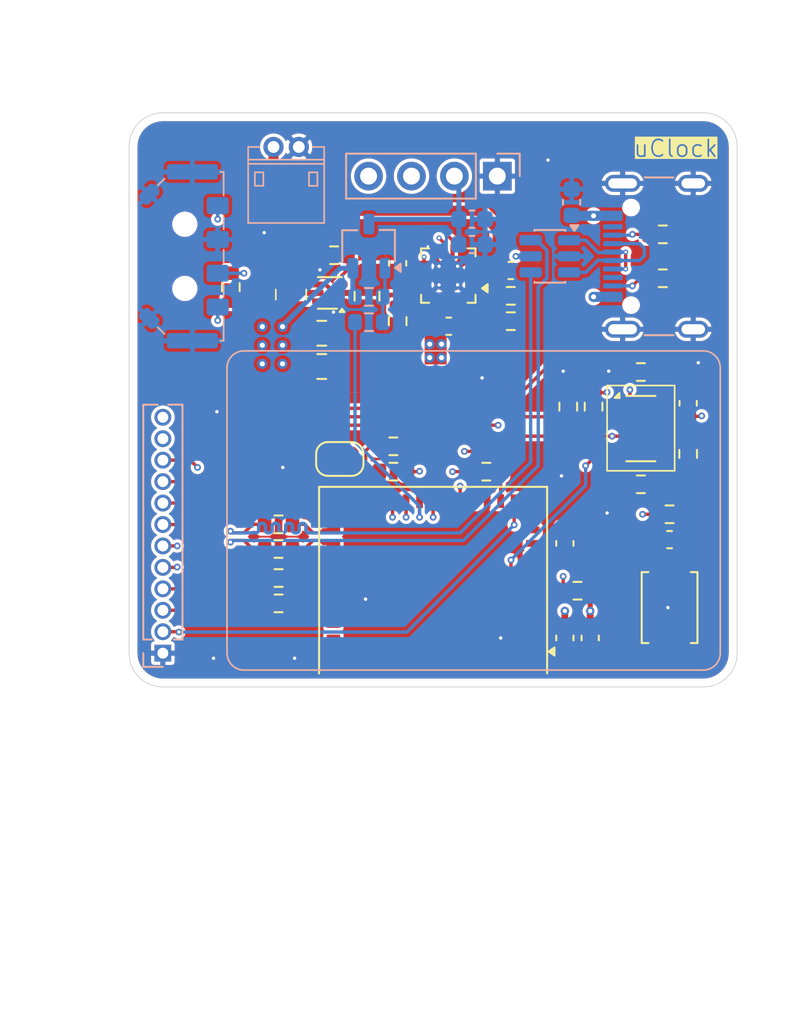
<source format=kicad_pcb>
(kicad_pcb (version 20241229) (generator "pcbnew") (generator_version "9.0")
  (title_block (title "uClock") (date "2026-02-21") (rev "1 ver 0.3") (company "Hamtronics Lab") (comment 2 "Description: Ultra-precise handheld digital clock, Powered by ESP32-C3") (comment 3 "Author: Sirio Guy"))
  (layers (0 "F.Cu" signal) (4 "In1.Cu" signal) (6 "In2.Cu" signal) (2 "B.Cu" signal) (13 "F.Paste" user) (15 "B.Paste" user) (5 "F.SilkS" user "F.Silkscreen") (7 "B.SilkS" user "B.Silkscreen") (1 "F.Mask" user) (3 "B.Mask" user) (25 "Edge.Cuts" user))
  (net 0 "")
  (net 1 "GND")
  (net 6 "USB_P")
  (net 7 "USB_N")
  (net 8 "VCC")
  (net 9 "VOUT")
  (net 10 "Net-(BT1-+)")
  (net 11 "VUSB")
  (net 12 "Net-(J1-CC1)")
  (net 13 "Net-(J1-CC2)")
  (net 14 "Net-(U2-TS)")
  (net 15 "Net-(U2-ISET)")
  (net 16 "Net-(U2-ILIM)")
  (net 17 "CHG")
  (net 18 "PGOOD")
  (net 19 "/PN")
  (net 20 "/PP")
  (net 21 "/AN")
  (net 22 "/AP")
  (net 23 "EN")
  (net 24 "Net-(J2-Pin_2)")
  (net 25 "BOOT")
  (net 26 "WAKE")
  (net 27 "MODE")
  (net 28 "DISPAY")
  (net 29 "Net-(Q1-G)")
  (net 30 "RTC_EVI")
  (net 31 "RTC_OUT")
  (net 32 "NAVUP")
  (net 33 "NAVDN")
  (net 34 "RTC_CLK")
  (net 35 "SCL")
  (net 36 "SDA")
  (net 37 "Net-(U3-SW)")
  (net 38 "Net-(U3-VSET)")
  (net 39 "Net-(U5-VBACKUP)")
  (net 54 "TXD")
  (net 55 "RXD")
  (net 56 "GPIO10")
  (net 57 "Net-(U4-TXD0)")
  (net 58 "Net-(U4-RXD0)")
  (footprint "Capacitor_SMD:C_0603_1608Metric" (layer "F.Cu") (at 81.2 95.690351 90)
    (property "Reference" "C14" (hide yes))
    (property "Value" "100n")
  )
  (footprint "Capacitor_SMD:C_0603_1608Metric" (layer "F.Cu") (at 88.5 87.390351 -90)
    (property "Reference" "C13" (hide yes))
    (property "Value" "100n")
  )
  (footprint "Capacitor_SMD:C_0805_2012Metric" (layer "F.Cu") (at 69.4875 81.055351 -90)
    (property "Reference" "C5" (hide yes))
    (property "Value" "22uF")
  )
  (footprint "Resistor_SMD:R_0603_1608Metric" (layer "F.Cu") (at 81.4 87.590351 90)
    (property "Reference" "R10" (hide yes))
    (property "Value" "5.1k")
  )
  (footprint "Resistor_SMD:R_0603_1608Metric" (layer "F.Cu") (at 71.3 82.530351 90)
    (property "Reference" "R4" (hide yes))
    (property "Value" "5.1k")
  )
  (footprint "Resistor_SMD:R_0603_1608Metric" (layer "F.Cu") (at 87 79.990351)
    (property "Reference" "R2" (hide yes))
    (property "Value" "5.1k")
  )
  (footprint "Package_SON:MicroCrystal_C7_SON-8_1.5x3.2mm_P0.9mm" (layer "F.Cu") (at 85.7 88.890351)
    (property "Reference" "U5" (hide yes))
    (property "Value" "RV-3028-C7")
  )
  (footprint "Resistor_SMD:R_0603_1608Metric" (layer "F.Cu") (at 78 82.530351 180)
    (property "Reference" "R6" (hide yes))
    (property "Value" "4.53k")
  )
  (footprint "local:L_0806" (layer "F.Cu") (at 64.9875 80.955351 -90)
    (property "Reference" "L1" (hide yes))
    (property "Value" "1.5uH")
  )
  (footprint "Capacitor_SMD:C_0603_1608Metric" (layer "F.Cu") (at 78 79.530351)
    (property "Reference" "C4" (hide yes))
    (property "Value" "10u")
  )
  (footprint "Capacitor_SMD:C_0805_2012Metric" (layer "F.Cu") (at 66.8075 85.215351)
    (property "Reference" "C7" (hide yes))
    (property "Value" "22uF")
  )
  (footprint "Capacitor_SMD:C_0603_1608Metric" (layer "F.Cu") (at 87.4 95.465351)
    (property "Reference" "C8" (hide yes))
    (property "Value" "100n")
  )
  (footprint "Resistor_SMD:R_0603_1608Metric" (layer "F.Cu") (at 85.7 85.540351 180)
    (property "Reference" "R21" (hide yes))
    (property "Value" "10k")
  )
  (footprint "Resistor_SMD:R_0603_1608Metric" (layer "F.Cu") (at 81.95 98.490351 180)
    (property "Reference" "R17" (hide yes))
    (property "Value" "10k")
  )
  (footprint "Resistor_SMD:R_0603_1608Metric" (layer "F.Cu") (at 87.4 93.965351)
    (property "Reference" "R16" (hide yes))
    (property "Value" "10k")
  )
  (footprint "Resistor_SMD:R_0603_1608Metric" (layer "F.Cu") (at 64.25 96.020351 180)
    (property "Reference" "R12" (hide yes))
    (property "Value" "22")
  )
  (footprint "local:ESP32-C3-MINI-1" (layer "F.Cu") (at 73.4 98.090351 180)
    (property "Reference" "U4" (hide yes))
    (property "Value" "ESP32-C3-MINI-1")
  )
  (footprint "Jumper:SolderJumper-2_P1.3mm_Open_RoundedPad1.0x1.5mm" (layer "F.Cu") (at 67.875 90.690351)
    (property "Reference" "JP1" (hide yes))
    (property "Value" "BOOT" (hide yes))
  )
  (footprint "Resistor_SMD:R_0603_1608Metric" (layer "F.Cu") (at 71.05 89.940351 180)
    (property "Reference" "R19" (hide yes))
    (property "Value" "10k")
  )
  (footprint "Resistor_SMD:R_0603_1608Metric" (layer "F.Cu") (at 64.25 97.740351 180)
    (property "Reference" "R23" (hide yes))
    (property "Value" "100")
  )
  (footprint "Resistor_SMD:R_0603_1608Metric" (layer "F.Cu") (at 78 81.030351)
    (property "Reference" "R3" (hide yes))
    (property "Value" "10k")
  )
  (footprint "Capacitor_SMD:C_0805_2012Metric" (layer "F.Cu") (at 66.8075 83.245351)
    (property "Reference" "C6" (hide yes))
    (property "Value" "22uF")
  )
  (footprint "Button_Switch_SMD:SW_SPST_TS-1088-xR020" (layer "F.Cu") (at 87.4 99.490351 90)
    (property "Reference" "SW1" (hide yes))
    (property "Value" "RESET")
  )
  (footprint "Package_TO_SOT_SMD:SOT-563" (layer "F.Cu") (at 67.2875 80.857851 180)
    (property "Reference" "U3" (hide yes))
    (property "Value" "TPS628438DRL")
  )
  (footprint "Resistor_SMD:R_0603_1608Metric" (layer "F.Cu") (at 67.5375 78.625351 180)
    (property "Reference" "R5" (hide yes))
    (property "Value" "249k")
  )
  (footprint "Capacitor_SMD:C_0603_1608Metric" (layer "F.Cu") (at 82.7 101.290351 -90)
    (property "Reference" "C10" (hide yes))
    (property "Value" "100n")
  )
  (footprint "Resistor_SMD:R_0603_1608Metric" (layer "F.Cu") (at 82.9 87.590351 -90)
    (property "Reference" "R15" (hide yes))
    (property "Value" "10k")
  )
  (footprint "Resistor_SMD:R_0603_1608Metric" (layer "F.Cu") (at 64.25 99.240351 180)
    (property "Reference" "R22" (hide yes))
    (property "Value" "100")
  )
  (footprint "local:VQFN-16-1EP_3x3mm_P0.5mm_EP1.6x1.6mm_ThermalVias" (layer "F.Cu") (at 74.3 79.830351 180)
    (property "Reference" "U2" (hide yes))
    (property "Value" "BQ24074RGT")
  )
  (footprint "Capacitor_SMD:C_0603_1608Metric" (layer "F.Cu") (at 74.325 82.830351)
    (property "Reference" "C1" (hide yes))
    (property "Value" "10u")
  )
  (footprint "Resistor_SMD:R_0603_1608Metric" (layer "F.Cu") (at 76.55 91.440351)
    (property "Reference" "R20" (hide yes))
    (property "Value" "10k")
  )
  (footprint "Resistor_SMD:R_0603_1608Metric" (layer "F.Cu") (at 64.25 94.560351 180)
    (property "Reference" "R13" (hide yes))
    (property "Value" "22")
  )
  (footprint "Resistor_SMD:R_0603_1608Metric" (layer "F.Cu") (at 87 77.390351)
    (property "Reference" "R1" (hide yes))
    (property "Value" "5.1k")
  )
  (footprint "Resistor_SMD:R_0603_1608Metric" (layer "F.Cu") (at 88.5 90.390351 -90)
    (property "Reference" "R14" (hide yes))
    (property "Value" "10k")
  )
  (footprint "Capacitor_SMD:C_0603_1608Metric" (layer "F.Cu") (at 71.3 79.105351 90)
    (property "Reference" "C2" (hide yes))
    (property "Value" "10u")
  )
  (footprint "Resistor_SMD:R_0603_1608Metric" (layer "F.Cu") (at 61.425 80.515351 90)
    (property "Reference" "R7" (hide yes))
    (property "Value" "10k")
  )
  (footprint "Resistor_SMD:R_0603_1608Metric" (layer "F.Cu") (at 85.7 92.190351)
    (property "Reference" "R11" (hide yes))
    (property "Value" "5.1k")
  )
  (footprint "Resistor_SMD:R_0603_1608Metric" (layer "F.Cu") (at 71.05 91.440351 180)
    (property "Reference" "R18" (hide yes))
    (property "Value" "10k")
  )
  (footprint "Capacitor_SMD:C_0603_1608Metric" (layer "F.Cu") (at 81.2 101.290351 -90)
    (property "Reference" "C9" (hide yes))
    (property "Value" "10u")
  )
  (footprint "Connector_PinHeader_1.27mm:PinHeader_1x12_P1.27mm_Vertical" (layer "B.Cu") (at 57.4 102.190351)
    (property "Reference" "J3" (hide yes))
    (property "Value" "ACC")
  )
  (footprint "Capacitor_SMD:C_0603_1608Metric" (layer "B.Cu") (at 75.7 77.990351)
    (property "Reference" "C12" (hide yes))
    (property "Value" "100n")
  )
  (footprint "Resistor_SMD:R_0603_1608Metric" (layer "B.Cu") (at 69.6 81.090351)
    (property "Reference" "R8" (hide yes))
    (property "Value" "100k")
  )
  (footprint "local:K1-1511SA-01" (layer "B.Cu") (at 59.7 78.690351 -90)
    (property "Reference" "SW2" (hide yes))
    (property "Value" "~" (hide yes))
  )
  (footprint "Capacitor_SMD:C_0603_1608Metric" (layer "B.Cu") (at 75.7 76.490351)
    (property "Reference" "C11" (hide yes))
    (property "Value" "10u")
  )
  (footprint "Package_TO_SOT_SMD:SOT-23-6" (layer "B.Cu") (at 80.3125 78.690351 180)
    (property "Reference" "U1" (hide yes))
    (property "Value" "USBLC6-2SC6")
  )
  (footprint "Package_TO_SOT_SMD:TSOT-23" (layer "B.Cu") (at 69.6 78.090351 90)
    (property "Reference" "Q1" (hide yes))
    (property "Value" "Si2301CDS")
  )
  (footprint "Capacitor_SMD:C_0603_1608Metric" (layer "B.Cu") (at 81.6 75.490351 90)
    (property "Reference" "C3" (hide yes))
    (property "Value" "100n")
  )
  (footprint "local:JST-ZH-02AW-P=1.5-H3.6" (layer "B.Cu") (at 64.7 72.215351)
    (property "Reference" "BT1" (hide yes))
    (property "Value" "3.7V" (hide yes))
  )
  (footprint "Connector_USB:USB_C_Receptacle_GCT_USB4105-xx-A_16P_TopMnt_Horizontal" (layer "B.Cu") (at 87.725 78.690351 -90)
    (property "Reference" "J1" (hide yes))
    (property "Value" "USB_C_Receptacle_USB2.0_16P")
  )
  (footprint "Connector_PinSocket_2.54mm:PinSocket_1x04_P2.54mm_Vertical" (layer "B.Cu") (at 77.2 73.940351 90)
    (property "Reference" "J2" (hide yes))
    (property "Value" "OLED")
  )
  (footprint "Resistor_SMD:R_0603_1608Metric" (layer "B.Cu") (at 69.6 82.590351)
    (property "Reference" "R9" (hide yes))
    (property "Value" "100")
  )
  (gr_rect (start 83.7 86.340351) (end 87.7 91.390351) (stroke (width 0.1)) (fill no) (layer "F.SilkS"))
  (gr_arc (start 61.2 85.290351) (mid 61.492893 84.583244) (end 62.2 84.290351) (stroke (width 0.1)) (layer "B.SilkS"))
  (gr_line (start 61.2 102.190351) (end 61.2 85.290351) (stroke (width 0.1)) (layer "B.SilkS"))
  (gr_arc (start 62.2 103.190351) (mid 61.492893 102.897458) (end 61.2 102.190351) (stroke (width 0.1)) (layer "B.SilkS"))
  (gr_arc (start 89.4 84.290351) (mid 90.107107 84.583244) (end 90.4 85.290351) (stroke (width 0.1)) (layer "B.SilkS"))
  (gr_arc (start 90.4 102.190351) (mid 90.107107 102.897458) (end 89.4 103.190351) (stroke (width 0.1)) (layer "B.SilkS"))
  (gr_line (start 90.4 85.290351) (end 90.4 102.190351) (stroke (width 0.1)) (layer "B.SilkS"))
  (gr_line (start 89.4 103.190351) (end 62.2 103.190351) (stroke (width 0.1)) (layer "B.SilkS"))
  (gr_line (start 62.2 84.290351) (end 89.4 84.290351) (stroke (width 0.1)) (layer "B.SilkS"))
  (gr_arc (start 55.4 72.190351) (mid 55.985786 70.776137) (end 57.4 70.190351) (stroke (width 0.05)) (layer "Edge.Cuts"))
  (gr_line (start 57.4 70.190351) (end 89.4 70.190351) (stroke (width 0.05)) (layer "Edge.Cuts"))
  (gr_arc (start 89.4 70.190351) (mid 90.814214 70.776137) (end 91.4 72.190351) (stroke (width 0.05)) (layer "Edge.Cuts"))
  (gr_line (start 55.4 102.190351) (end 55.4 72.190351) (stroke (width 0.05)) (layer "Edge.Cuts"))
  (gr_line (start 89.4 104.190351) (end 57.4 104.190351) (stroke (width 0.05)) (layer "Edge.Cuts"))
  (gr_line (start 91.4 72.190351) (end 91.4 102.190351) (stroke (width 0.05)) (layer "Edge.Cuts"))
  (gr_arc (start 57.4 104.190351) (mid 55.985786 103.604565) (end 55.4 102.190351) (stroke (width 0.05)) (layer "Edge.Cuts"))
  (gr_arc (start 91.4 102.190351) (mid 90.814214 103.604565) (end 89.4 104.190351) (stroke (width 0.05)) (layer "Edge.Cuts"))
  (gr_text "uClock" (at 85.2 72.890351 0) (layer "F.SilkS" knockout) (effects (font (size 1 1) (thickness 0.1)) (justify left bottom)))
  (segment (start 66.7125 79.477851) (end 66.7125 78.625351) (width 0.25) (layer "F.Cu") (net 1))
  (segment (start 67.5 81.990351) (end 68 81.490351) (width 0.25) (layer "F.Cu") (net 1))
  (segment (start 66.7 79.490351) (end 66.7125 79.477851) (width 0.25) (layer "F.Cu") (net 1))
  (segment (start 68 81.490351) (end 68 81.357851) (width 0.25) (layer "F.Cu") (net 1))
  (via (at 63.4 77.290351) (size 0.4) (drill 0.2) (layers "F.Cu" "B.Cu") (net 1))
  (via (at 83.8 85.490351) (size 0.4) (drill 0.2) (layers "F.Cu" "B.Cu") (net 1))
  (via (at 69.4 98.990351) (size 0.4) (drill 0.2) (layers "F.Cu" "B.Cu") (net 1))
  (via (at 67.5 81.990351) (size 0.4) (drill 0.2) (layers "F.Cu" "B.Cu") (net 1))
  (via (at 76.3 85.890351) (size 0.4) (drill 0.2) (layers "F.Cu" "B.Cu") (net 1))
  (via (at 87.3 99.490351) (size 0.4) (drill 0.2) (layers "F.Cu" "B.Cu") (net 1))
  (via (at 77.4 101.290351) (size 0.4) (drill 0.2) (layers "F.Cu" "B.Cu") (net 1))
  (via (at 65.2 102.490351) (size 0.4) (drill 0.2) (layers "F.Cu" "B.Cu") (net 1))
  (via (at 66.7 79.490351) (size 0.4) (drill 0.2) (layers "F.Cu" "B.Cu") (net 1))
  (via (at 60.4 102.490351) (size 0.4) (drill 0.2) (layers "F.Cu" "B.Cu") (net 1))
  (via (at 80.2 72.990351) (size 0.4) (drill 0.2) (layers "F.Cu" "B.Cu") (net 1))
  (via (at 89.1 84.990351) (size 0.4) (drill 0.2) (layers "F.Cu" "B.Cu") (net 1))
  (via (at 81 91.690351) (size 0.4) (drill 0.2) (layers "F.Cu" "B.Cu") (net 1))
  (via (at 83.7 93.890351) (size 0.4) (drill 0.2) (layers "F.Cu" "B.Cu") (net 1))
  (via (at 64.5 91.190351) (size 0.4) (drill 0.2) (layers "F.Cu" "B.Cu") (net 1))
  (via (at 60.6 87.890351) (size 0.4) (drill 0.2) (layers "F.Cu" "B.Cu") (net 1))
  (via (at 73.0875 78.105351) (size 0.3) (drill 0.15) (layers "F.Cu" "B.Cu") (net 1))
  (via (at 81.1 85.490351) (size 0.4) (drill 0.2) (layers "F.Cu" "B.Cu") (net 1))
  (segment (start 61.5 95.515351) (end 62.207499 95.515351) (width 0.2) (layer "F.Cu") (net 6))
  (segment (start 62.712499 96.020351) (end 63.425 96.020351) (width 0.2) (layer "F.Cu") (net 6))
  (segment (start 62.207499 95.515351) (end 62.712499 96.020351) (width 0.2) (layer "F.Cu") (net 6))
  (segment (start 61.4 95.615351) (end 61.5 95.515351) (width 0.2) (layer "F.Cu") (net 6))
  (via (at 61.4 95.615351) (size 0.4) (drill 0.2) (layers "F.Cu" "B.Cu") (net 6))
  (segment (start 80.1385 79.981319) (end 79.625 80.494819) (width 0.2) (layer "B.Cu") (net 6))
  (segment (start 79.625 91.083549) (end 75.193197 95.515352) (width 0.2) (layer "B.Cu") (net 6))
  (segment (start 61.499999 95.515352) (end 61.4 95.615351) (width 0.2) (layer "B.Cu") (net 6))
  (segment (start 75.193197 95.515352) (end 61.499999 95.515352) (width 0.2) (layer "B.Cu") (net 6))
  (segment (start 80.1385 78.349383) (end 80.1385 79.981319) (width 0.2) (layer "B.Cu") (net 6))
  (segment (start 79.625 80.494819) (end 79.625 91.083549) (width 0.2) (layer "B.Cu") (net 6))
  (segment (start 79.529468 77.740351) (end 80.1385 78.349383) (width 0.2) (layer "B.Cu") (net 6))
  (segment (start 79.175 77.740351) (end 79.529468 77.740351) (width 0.2) (layer "B.Cu") (net 6))
  (segment (start 61.5 95.065351) (end 62.207499 95.065351) (width 0.2) (layer "F.Cu") (net 7))
  (segment (start 62.712499 94.560351) (end 63.425 94.560351) (width 0.2) (layer "F.Cu") (net 7))
  (segment (start 61.4 94.965351) (end 61.5 95.065351) (width 0.2) (layer "F.Cu") (net 7))
  (segment (start 62.207499 95.065351) (end 62.712499 94.560351) (width 0.2) (layer "F.Cu") (net 7))
  (via (at 61.4 94.965351) (size 0.4) (drill 0.2) (layers "F.Cu" "B.Cu") (net 7))
  (segment (start 63.47 94.90535) (end 63.47 94.66535) (width 0.2) (layer "B.Cu") (net 7))
  (segment (start 64.11 94.50535) (end 64.03 94.50535) (width 0.2) (layer "B.Cu") (net 7))
  (segment (start 79.175 79.640351) (end 79.175 90.897153) (width 0.2) (layer "B.Cu") (net 7))
  (segment (start 62.7 95.06535) (end 61.499999 95.06535) (width 0.2) (layer "B.Cu") (net 7))
  (segment (start 65.87 94.90535) (end 65.87 94.66535) (width 0.2) (layer "B.Cu") (net 7))
  (segment (start 63.71 95.06535) (end 63.63 95.06535) (width 0.2) (layer "B.Cu") (net 7))
  (segment (start 65.71 94.50535) (end 65.63 94.50535) (width 0.2) (layer "B.Cu") (net 7))
  (segment (start 64.91 94.50535) (end 64.83 94.50535) (width 0.2) (layer "B.Cu") (net 7))
  (segment (start 65.07 94.90535) (end 65.07 94.66535) (width 0.2) (layer "B.Cu") (net 7))
  (segment (start 63.31 94.50535) (end 63.23 94.50535) (width 0.2) (layer "B.Cu") (net 7))
  (segment (start 75.006803 95.06535) (end 66.03 95.06535) (width 0.2) (layer "B.Cu") (net 7))
  (segment (start 61.499999 95.06535) (end 61.4 94.965351) (width 0.2) (layer "B.Cu") (net 7))
  (segment (start 63.87 94.66535) (end 63.87 94.90535) (width 0.2) (layer "B.Cu") (net 7))
  (segment (start 79.175 90.897153) (end 75.006803 95.06535) (width 0.2) (layer "B.Cu") (net 7))
  (segment (start 64.51 95.06535) (end 64.43 95.06535) (width 0.2) (layer "B.Cu") (net 7))
  (segment (start 62.83 95.06535) (end 62.7 95.06535) (width 0.2) (layer "B.Cu") (net 7))
  (segment (start 64.27 94.90535) (end 64.27 94.66535) (width 0.2) (layer "B.Cu") (net 7))
  (segment (start 65.31 95.06535) (end 65.23 95.06535) (width 0.2) (layer "B.Cu") (net 7))
  (segment (start 62.91 95.06535) (end 62.83 95.06535) (width 0.2) (layer "B.Cu") (net 7))
  (segment (start 64.67 94.66535) (end 64.67 94.90535) (width 0.2) (layer "B.Cu") (net 7))
  (segment (start 63.07 94.66535) (end 63.07 94.90535) (width 0.2) (layer "B.Cu") (net 7))
  (segment (start 65.47 94.66535) (end 65.47 94.90535) (width 0.2) (layer "B.Cu") (net 7))
  (arc (start 64.83 94.50535) (mid 64.716863 94.552213) (end 64.67 94.66535) (width 0.2) (layer "B.Cu") (net 7))
  (arc (start 63.23 94.50535) (mid 63.116863 94.552213) (end 63.07 94.66535) (width 0.2) (layer "B.Cu") (net 7))
  (arc (start 64.03 94.50535) (mid 63.916863 94.552213) (end 63.87 94.66535) (width 0.2) (layer "B.Cu") (net 7))
  (arc (start 64.43 95.06535) (mid 64.316863 95.018487) (end 64.27 94.90535) (width 0.2) (layer "B.Cu") (net 7))
  (arc (start 63.87 94.90535) (mid 63.823137 95.018487) (end 63.71 95.06535) (width 0.2) (layer "B.Cu") (net 7))
  (arc (start 64.27 94.66535) (mid 64.223137 94.552213) (end 64.11 94.50535) (width 0.2) (layer "B.Cu") (net 7))
  (arc (start 64.67 94.90535) (mid 64.623137 95.018487) (end 64.51 95.06535) (width 0.2) (layer "B.Cu") (net 7))
  (arc (start 63.63 95.06535) (mid 63.516863 95.018487) (end 63.47 94.90535) (width 0.2) (layer "B.Cu") (net 7))
  (arc (start 65.63 94.50535) (mid 65.516863 94.552213) (end 65.47 94.66535) (width 0.2) (layer "B.Cu") (net 7))
  (arc (start 65.87 94.66535) (mid 65.823137 94.552213) (end 65.71 94.50535) (width 0.2) (layer "B.Cu") (net 7))
  (arc (start 63.47 94.66535) (mid 63.423137 94.552213) (end 63.31 94.50535) (width 0.2) (layer "B.Cu") (net 7))
  (arc (start 65.47 94.90535) (mid 65.423137 95.018487) (end 65.31 95.06535) (width 0.2) (layer "B.Cu") (net 7))
  (arc (start 66.03 95.06535) (mid 65.916863 95.018487) (end 65.87 94.90535) (width 0.2) (layer "B.Cu") (net 7))
  (arc (start 63.07 94.90535) (mid 63.023137 95.018487) (end 62.91 95.06535) (width 0.2) (layer "B.Cu") (net 7))
  (arc (start 65.23 95.06535) (mid 65.116863 95.018487) (end 65.07 94.90535) (width 0.2) (layer "B.Cu") (net 7))
  (arc (start 65.07 94.66535) (mid 65.023137 94.552213) (end 64.91 94.50535) (width 0.2) (layer "B.Cu") (net 7))
  (segment (start 75.725 91.440351) (end 74.55 91.440351) (width 0.2) (layer "F.Cu") (net 8))
  (segment (start 82.9 86.765351) (end 83.675 86.765351) (width 0.2) (layer "F.Cu") (net 8))
  (segment (start 82.7 98.565351) (end 82.775 98.490351) (width 0.3) (layer "F.Cu") (net 8))
  (segment (start 61.425 81.640351) (end 63.125 81.640351) (width 0.2) (layer "F.Cu") (net 8))
  (segment (start 85.8 93.965351) (end 86.575 93.965351) (width 0.2) (layer "F.Cu") (net 8))
  (segment (start 88.5 88.165351) (end 89.275 88.165351) (width 0.2) (layer "F.Cu") (net 8))
  (segment (start 81.4 86.765351) (end 82.9 86.765351) (width 0.2) (layer "F.Cu") (net 8))
  (segment (start 83.675 86.765351) (end 83.7 86.740351) (width 0.2) (layer "F.Cu") (net 8))
  (segment (start 86.575 93.965351) (end 86.575 92.240351) (width 0.2) (layer "F.Cu") (net 8))
  (segment (start 82.7 99.690351) (end 82.7 98.565351) (width 0.3) (layer "F.Cu") (net 8))
  (segment (start 71.875 89.940351) (end 71.875 91.440351) (width 0.2) (layer "F.Cu") (net 8))
  (segment (start 66.575 81.357851) (end 66.575 81.955351) (width 0.2) (layer "F.Cu") (net 8))
  (segment (start 79.3 100.490351) (end 81.175 100.490351) (width 0.4) (layer "F.Cu") (net 8))
  (segment (start 71.875 91.440351) (end 72.575 91.440351) (width 0.2) (layer "F.Cu") (net 8))
  (segment (start 81.2 100.515351) (end 82.7 100.515351) (width 0.4) (layer "F.Cu") (net 8))
  (segment (start 82.7 100.515351) (end 82.7 99.690351) (width 0.4) (layer "F.Cu") (net 8))
  (segment (start 88.225 88.440351) (end 86.35 88.440351) (width 0.2) (layer "F.Cu") (net 8))
  (segment (start 86.575 92.240351) (end 86.525 92.190351) (width 0.2) (layer "F.Cu") (net 8))
  (segment (start 61.425 81.340351) (end 61.425 81.640351) (width 0.2) (layer "F.Cu") (net 8))
  (segment (start 72.575 91.440351) (end 72.6 91.415351) (width 0.2) (layer "F.Cu") (net 8))
  (segment (start 81.2 100.515351) (end 81.2 99.690351) (width 0.4) (layer "F.Cu") (net 8))
  (segment (start 89.275 88.165351) (end 89.3 88.140351) (width 0.2) (layer "F.Cu") (net 8))
  (via (at 64.4875 85.055351) (size 0.6) (drill 0.3) (layers "F.Cu" "B.Cu") (net 8))
  (via (at 82.7 99.690351) (size 0.5) (drill 0.25) (layers "F.Cu" "B.Cu") (net 8))
  (via (at 72.6 91.415351) (size 0.4) (drill 0.2) (layers "F.Cu" "B.Cu") (net 8))
  (via (at 63.2875 85.055351) (size 0.6) (drill 0.3) (layers "F.Cu" "B.Cu") (net 8))
  (via (at 89.3 88.140351) (size 0.4) (drill 0.2) (layers "F.Cu" "B.Cu") (net 8))
  (via (at 74.55 91.440351) (size 0.4) (drill 0.2) (layers "F.Cu" "B.Cu") (net 8))
  (via (at 64.4875 82.855351) (size 0.6) (drill 0.3) (layers "F.Cu" "B.Cu") (net 8))
  (via (at 85.8 93.965351) (size 0.4) (drill 0.2) (layers "F.Cu" "B.Cu") (net 8))
  (via (at 63.2875 83.955351) (size 0.6) (drill 0.3) (layers "F.Cu" "B.Cu") (net 8))
  (via (at 83.7 86.740351) (size 0.4) (drill 0.2) (layers "F.Cu" "B.Cu") (net 8))
  (via (at 63.2875 82.855351) (size 0.6) (drill 0.3) (layers "F.Cu" "B.Cu") (net 8))
  (via (at 64.4875 83.955351) (size 0.6) (drill 0.3) (layers "F.Cu" "B.Cu") (net 8))
  (via (at 81.2 99.690351) (size 0.5) (drill 0.25) (layers "F.Cu" "B.Cu") (net 8))
  (segment (start 68.65 79.400351) (end 68.65 80.965351) (width 0.3) (layer "B.Cu") (net 8))
  (segment (start 68.65 79.400351) (end 67.89 79.400351) (width 0.3) (layer "B.Cu") (net 8))
  (segment (start 64.4875 82.802851) (end 64.4875 82.855351) (width 0.3) (layer "B.Cu") (net 8))
  (segment (start 68.65 80.965351) (end 68.775 81.090351) (width 0.3) (layer "B.Cu") (net 8))
  (segment (start 67.89 79.400351) (end 64.4875 82.802851) (width 0.3) (layer "B.Cu") (net 8))
  (segment (start 71.6125 79.880351) (end 71.3 79.880351) (width 0.2) (layer "F.Cu") (net 9))
  (segment (start 66.575 80.357851) (end 67.04 80.357851) (width 0.25) (layer "F.Cu") (net 9))
  (segment (start 74.55 77.750351) (end 73.95 77.150351) (width 0.2) (layer "F.Cu") (net 9))
  (segment (start 73.95 77.150351) (end 72.73 77.150351) (width 0.2) (layer "F.Cu") (net 9))
  (segment (start 69.4875 80.105351) (end 71.075 80.105351) (width 0.2) (layer "F.Cu") (net 9))
  (segment (start 72.0875 77.792851) (end 72.0875 79.405351) (width 0.2) (layer "F.Cu") (net 9))
  (segment (start 72.0875 79.405351) (end 71.6125 79.880351) (width 0.2) (layer "F.Cu") (net 9))
  (segment (start 67.54 80.857851) (end 68 80.857851) (width 0.25) (layer "F.Cu") (net 9))
  (segment (start 72.73 77.150351) (end 72.0875 77.792851) (width 0.2) (layer "F.Cu") (net 9))
  (segment (start 67.04 80.357851) (end 67.54 80.857851) (width 0.25) (layer "F.Cu") (net 9))
  (segment (start 71.075 80.105351) (end 71.3 79.880351) (width 0.2) (layer "F.Cu") (net 9))
  (segment (start 74.55 78.392851) (end 74.55 77.750351) (width 0.2) (layer "F.Cu") (net 9))
  (segment (start 77.225 77.115351) (end 77.225 79.530351) (width 0.6) (layer "F.Cu") (net 10))
  (segment (start 63.95 72.215351) (end 63.95 74.540351) (width 0.6) (layer "F.Cu") (net 10))
  (segment (start 76.1 75.990351) (end 77.225 77.115351) (width 0.6) (layer "F.Cu") (net 10))
  (segment (start 63.95 74.540351) (end 65.4 75.990351) (width 0.6) (layer "F.Cu") (net 10))
  (segment (start 65.4 75.990351) (end 76.1 75.990351) (width 0.6) (layer "F.Cu") (net 10))
  (via (at 73.9 84.690351) (size 0.6) (drill 0.3) (layers "F.Cu" "B.Cu") (net 11))
  (via (at 73.9 83.890351) (size 0.6) (drill 0.3) (layers "F.Cu" "B.Cu") (net 11))
  (via (at 82.9 81.090351) (size 0.6) (drill 0.3) (layers "F.Cu" "B.Cu") (net 11))
  (via (at 78.3 78.690351) (size 0.4) (drill 0.2) (layers "F.Cu" "B.Cu") (net 11))
  (via (at 82.9 76.290351) (size 0.6) (drill 0.3) (layers "F.Cu" "B.Cu") (net 11))
  (via (at 73.2 83.890351) (size 0.6) (drill 0.3) (layers "F.Cu" "B.Cu") (net 11))
  (via (at 73.2 84.690351) (size 0.6) (drill 0.3) (layers "F.Cu" "B.Cu") (net 11))
  (segment (start 84.045 81.090351) (end 82.9 81.090351) (width 0.6) (layer "B.Cu") (net 11))
  (segment (start 82.9 76.290351) (end 81.625 76.290351) (width 0.6) (layer "B.Cu") (net 11))
  (segment (start 78.3 78.690351) (end 79.175 78.690351) (width 0.3) (layer "B.Cu") (net 11))
  (segment (start 84.045 76.290351) (end 82.9 76.290351) (width 0.6) (layer "B.Cu") (net 11))
  (segment (start 81.625 76.290351) (end 81.6 76.315351) (width 0.6) (layer "B.Cu") (net 11))
  (segment (start 85.2 77.390351) (end 86.175 77.390351) (width 0.2) (layer "F.Cu") (net 12))
  (via (at 85.2 77.390351) (size 0.4) (drill 0.2) (layers "F.Cu" "B.Cu") (net 12))
  (segment (start 85.15 77.440351) (end 85.2 77.390351) (width 0.2) (layer "B.Cu") (net 12))
  (segment (start 84.045 77.440351) (end 85.15 77.440351) (width 0.2) (layer "B.Cu") (net 12))
  (segment (start 85.65 79.990351) (end 85.2 80.440351) (width 0.2) (layer "F.Cu") (net 13))
  (segment (start 86.175 79.990351) (end 85.65 79.990351) (width 0.2) (layer "F.Cu") (net 13))
  (via (at 85.2 80.440351) (size 0.4) (drill 0.2) (layers "F.Cu" "B.Cu") (net 13))
  (segment (start 84.045 80.440351) (end 85.2 80.440351) (width 0.2) (layer "B.Cu") (net 13))
  (segment (start 76.25 80.580351) (end 76.7 81.030351) (width 0.25) (layer "F.Cu") (net 14))
  (segment (start 75.7375 80.580351) (end 76.25 80.580351) (width 0.25) (layer "F.Cu") (net 14))
  (segment (start 76.7 81.030351) (end 77.175 81.030351) (width 0.25) (layer "F.Cu") (net 14))
  (segment (start 75.05 81.267851) (end 75.8375 81.267851) (width 0.25) (layer "F.Cu") (net 15))
  (segment (start 75.8375 81.267851) (end 77.1 82.530351) (width 0.25) (layer "F.Cu") (net 15))
  (segment (start 77.1 82.530351) (end 77.175 82.530351) (width 0.25) (layer "F.Cu") (net 15))
  (segment (start 72.225 81.705351) (end 72.8625 81.067851) (width 0.25) (layer "F.Cu") (net 16))
  (segment (start 71.3 81.705351) (end 72.225 81.705351) (width 0.25) (layer "F.Cu") (net 16))
  (segment (start 72.8625 80.580351) (end 72.8625 81.067851) (width 0.25) (layer "F.Cu") (net 16))
  (segment (start 81.1 98.465351) (end 81.125 98.490351) (width 0.2) (layer "F.Cu") (net 17))
  (segment (start 79.3 98.890351) (end 80.1 98.890351) (width 0.2) (layer "F.Cu") (net 17))
  (segment (start 80.5 98.490351) (end 81.125 98.490351) (width 0.2) (layer "F.Cu") (net 17))
  (segment (start 80.1 98.890351) (end 80.5 98.490351) (width 0.2) (layer "F.Cu") (net 17))
  (segment (start 72.8625 78.730351) (end 72.8625 79.080351) (width 0.2) (layer "F.Cu") (net 17))
  (segment (start 81.1 97.640351) (end 81.1 98.465351) (width 0.2) (layer "F.Cu") (net 17))
  (via (at 72.8625 78.730351) (size 0.3) (drill 0.15) (layers "F.Cu" "B.Cu") (net 17))
  (via (at 81.1 97.640351) (size 0.4) (drill 0.2) (layers "F.Cu" "B.Cu") (net 17))
  (segment (start 77.4 93.190351) (end 77.4 91.465351) (width 0.2) (layer "F.Cu") (net 18))
  (segment (start 77.4 91.465351) (end 77.375 91.440351) (width 0.2) (layer "F.Cu") (net 18))
  (segment (start 76.8 90.240351) (end 77.375 90.815351) (width 0.2) (layer "F.Cu") (net 18))
  (segment (start 75.25 90.240351) (end 76.8 90.240351) (width 0.2) (layer "F.Cu") (net 18))
  (segment (start 73.75 77.605351) (end 74.05 77.905351) (width 0.2) (layer "F.Cu") (net 18))
  (segment (start 77.375 90.815351) (end 77.375 91.440351) (width 0.2) (layer "F.Cu") (net 18))
  (segment (start 74.05 77.905351) (end 74.05 78.392851) (width 0.2) (layer "F.Cu") (net 18))
  (via (at 73.75 77.605351) (size 0.3) (drill 0.15) (layers "F.Cu" "B.Cu") (net 18))
  (via (at 75.25 90.240351) (size 0.4) (drill 0.2) (layers "F.Cu" "B.Cu") (net 18))
  (segment (start 82.443751 79.640351) (end 81.45 79.640351) (width 0.2) (layer "B.Cu") (net 19))
  (segment (start 83.595 78.915351) (end 83.62 78.940351) (width 0.2) (layer "B.Cu") (net 19))
  (segment (start 85.91 78.660351) (end 85.63 78.940351) (width 0.2) (layer "B.Cu") (net 19))
  (segment (start 84.045 77.940351) (end 85.63 77.940351) (width 0.2) (layer "B.Cu") (net 19))
  (segment (start 85.63 77.940351) (end 85.91 78.220351) (width 0.2) (layer "B.Cu") (net 19))
  (segment (start 85.63 78.940351) (end 84.045 78.940351) (width 0.2) (layer "B.Cu") (net 19))
  (segment (start 83.62 78.940351) (end 84.045 78.940351) (width 0.2) (layer "B.Cu") (net 19))
  (segment (start 83.168751 78.915351) (end 83.595 78.915351) (width 0.2) (layer "B.Cu") (net 19))
  (segment (start 85.91 78.220351) (end 85.91 78.660351) (width 0.2) (layer "B.Cu") (net 19))
  (segment (start 83.168751 78.915351) (end 82.443751 79.640351) (width 0.2) (layer "B.Cu") (net 19))
  (segment (start 84.8 78.440351) (end 84.8 79.440351) (width 0.2) (layer "F.Cu") (net 20))
  (via (at 84.8 79.440351) (size 0.3) (drill 0.15) (layers "F.Cu" "B.Cu") (net 20))
  (via (at 84.8 78.440351) (size 0.3) (drill 0.15) (layers "F.Cu" "B.Cu") (net 20))
  (segment (start 83.168751 78.465351) (end 82.443751 77.740351) (width 0.2) (layer "B.Cu") (net 20))
  (segment (start 83.595 78.465351) (end 83.62 78.440351) (width 0.2) (layer "B.Cu") (net 20))
  (segment (start 82.443751 77.740351) (end 81.45 77.740351) (width 0.2) (layer "B.Cu") (net 20))
  (segment (start 84.045 78.440351) (end 84.8 78.440351) (width 0.2) (layer "B.Cu") (net 20))
  (segment (start 84.8 79.440351) (end 84.045 79.440351) (width 0.2) (layer "B.Cu") (net 20))
  (segment (start 83.62 78.440351) (end 84.045 78.440351) (width 0.2) (layer "B.Cu") (net 20))
  (segment (start 83.168751 78.465351) (end 83.595 78.465351) (width 0.2) (layer "B.Cu") (net 20))
  (segment (start 65.787501 94.560351) (end 66.292501 95.065351) (width 0.2) (layer "F.Cu") (net 21))
  (segment (start 65.075 94.560351) (end 65.787501 94.560351) (width 0.2) (layer "F.Cu") (net 21))
  (segment (start 66.292501 95.065351) (end 66.724999 95.065351) (width 0.2) (layer "F.Cu") (net 21))
  (segment (start 66.899999 94.890351) (end 67.5 94.890351) (width 0.2) (layer "F.Cu") (net 21))
  (segment (start 66.724999 95.065351) (end 66.899999 94.890351) (width 0.2) (layer "F.Cu") (net 21))
  (segment (start 66.899999 95.690351) (end 67.5 95.690351) (width 0.2) (layer "F.Cu") (net 22))
  (segment (start 66.292501 95.515351) (end 66.724999 95.515351) (width 0.2) (layer "F.Cu") (net 22))
  (segment (start 65.787501 96.020351) (end 66.292501 95.515351) (width 0.2) (layer "F.Cu") (net 22))
  (segment (start 65.075 96.020351) (end 65.787501 96.020351) (width 0.2) (layer "F.Cu") (net 22))
  (segment (start 66.724999 95.515351) (end 66.899999 95.690351) (width 0.2) (layer "F.Cu") (net 22))
  (segment (start 83.125 97.265351) (end 82.325 96.465351) (width 0.2) (layer "F.Cu") (net 23))
  (segment (start 88.175 95.465351) (end 88.175 97.265351) (width 0.2) (layer "F.Cu") (net 23))
  (segment (start 88.225 93.965351) (end 88.225 95.415351) (width 0.2) (layer "F.Cu") (net 23))
  (segment (start 81.175 96.490351) (end 81.2 96.465351) (width 0.2) (layer "F.Cu") (net 23))
  (segment (start 88.175 97.265351) (end 87.4 97.265351) (width 0.2) (layer "F.Cu") (net 23))
  (segment (start 79.3 96.490351) (end 81.175 96.490351) (width 0.2) (layer "F.Cu") (net 23))
  (segment (start 87.4 97.265351) (end 83.125 97.265351) (width 0.2) (layer "F.Cu") (net 23))
  (segment (start 82.325 96.465351) (end 81.2 96.465351) (width 0.2) (layer "F.Cu") (net 23))
  (segment (start 88.225 95.415351) (end 88.175 95.465351) (width 0.2) (layer "F.Cu") (net 23))
  (segment (start 74.925 77.990351) (end 74.925 76.490351) (width 0.3) (layer "B.Cu") (net 24))
  (segment (start 74.925 74.205351) (end 74.66 73.940351) (width 0.3) (layer "B.Cu") (net 24))
  (segment (start 74.925 76.490351) (end 69.6 76.490351) (width 0.3) (layer "B.Cu") (net 24))
  (segment (start 74.925 76.490351) (end 74.925 74.205351) (width 0.3) (layer "B.Cu") (net 24))
  (segment (start 68.525 90.690351) (end 69.4 90.690351) (width 0.2) (layer "F.Cu") (net 25))
  (segment (start 69.675 89.940351) (end 70.225 89.940351) (width 0.2) (layer "F.Cu") (net 25))
  (segment (start 69.4 93.190351) (end 69.4 90.690351) (width 0.2) (layer "F.Cu") (net 25))
  (segment (start 69.4 90.690351) (end 69.4 90.215351) (width 0.2) (layer "F.Cu") (net 25))
  (segment (start 69.4 90.215351) (end 69.675 89.940351) (width 0.2) (layer "F.Cu") (net 25))
  (segment (start 61.425 79.690351) (end 62.2 79.690351) (width 0.2) (layer "F.Cu") (net 26))
  (segment (start 57.4 100.920351) (end 58.33 100.920351) (width 0.2) (layer "F.Cu") (net 26))
  (segment (start 78.2 93.190351) (end 78.2 94.590351) (width 0.2) (layer "F.Cu") (net 26))
  (segment (start 58.33 100.920351) (end 58.35 100.940351) (width 0.2) (layer "F.Cu") (net 26))
  (via (at 62.2 79.690351) (size 0.4) (drill 0.2) (layers "F.Cu" "B.Cu") (net 26))
  (via (at 58.35 100.940351) (size 0.4) (drill 0.2) (layers "F.Cu" "B.Cu") (net 26))
  (via (at 78.2 94.590351) (size 0.4) (drill 0.2) (layers "F.Cu" "B.Cu") (net 26))
  (segment (start 78.2 94.590351) (end 71.85 100.940351) (width 0.2) (layer "B.Cu") (net 26))
  (segment (start 71.85 100.940351) (end 58.35 100.940351) (width 0.2) (layer "B.Cu") (net 26))
  (segment (start 62.2 79.690351) (end 60.575 79.690351) (width 0.2) (layer "B.Cu") (net 26))
  (segment (start 70.2 91.365351) (end 70.225 91.340351) (width 0.2) (layer "F.Cu") (net 27))
  (segment (start 70.2 91.465351) (end 70.225 91.440351) (width 0.2) (layer "F.Cu") (net 27))
  (segment (start 70.2 93.190351) (end 70.2 91.465351) (width 0.2) (layer "F.Cu") (net 27))
  (segment (start 72.6 94.140351) (end 72.6 93.190351) (width 0.2) (layer "F.Cu") (net 28))
  (via (at 72.6 94.140351) (size 0.4) (drill 0.2) (layers "F.Cu" "B.Cu") (net 28))
  (segment (start 68.775 89.665351) (end 68.775 82.590351) (width 0.2) (layer "B.Cu") (net 28))
  (segment (start 72.6 94.140351) (end 72.6 93.490351) (width 0.2) (layer "B.Cu") (net 28))
  (segment (start 72.6 93.490351) (end 68.775 89.665351) (width 0.2) (layer "B.Cu") (net 28))
  (segment (start 70.55 79.400351) (end 70.55 80.965351) (width 0.2) (layer "B.Cu") (net 29))
  (segment (start 70.55 80.965351) (end 70.425 81.090351) (width 0.2) (layer "B.Cu") (net 29))
  (segment (start 70.425 81.090351) (end 70.425 82.590351) (width 0.2) (layer "B.Cu") (net 29))
  (segment (start 64.19 87.690351) (end 77.7 87.690351) (width 0.2) (layer "F.Cu") (net 30))
  (segment (start 59.45 92.030351) (end 59.85 92.030351) (width 0.2) (layer "F.Cu") (net 30))
  (segment (start 77.7 87.690351) (end 81 84.390351) (width 0.2) (layer "F.Cu") (net 30))
  (segment (start 81 84.390351) (end 86.05 84.390351) (width 0.2) (layer "F.Cu") (net 30))
  (segment (start 57.4 92.030351) (end 59.45 92.030351) (width 0.2) (layer "F.Cu") (net 30))
  (segment (start 86.05 84.390351) (end 86.525 84.865351) (width 0.2) (layer "F.Cu") (net 30))
  (segment (start 86.525 85.540351) (end 86.525 87.365351) (width 0.2) (layer "F.Cu") (net 30))
  (segment (start 59.85 92.030351) (end 64.19 87.690351) (width 0.2) (layer "F.Cu") (net 30))
  (segment (start 86.525 84.865351) (end 86.525 85.540351) (width 0.2) (layer "F.Cu") (net 30))
  (segment (start 80.15 88.190351) (end 80.75 87.590351) (width 0.2) (layer "F.Cu") (net 31))
  (segment (start 82.075 87.590351) (end 82.9 88.415351) (width 0.2) (layer "F.Cu") (net 31))
  (segment (start 59.3071 93.300351) (end 64.4171 88.190351) (width 0.2) (layer "F.Cu") (net 31))
  (segment (start 57.4 93.300351) (end 58.9071 93.300351) (width 0.2) (layer "F.Cu") (net 31))
  (segment (start 80.75 87.590351) (end 82.075 87.590351) (width 0.2) (layer "F.Cu") (net 31))
  (segment (start 58.8 93.300351) (end 59.3071 93.300351) (width 0.2) (layer "F.Cu") (net 31))
  (segment (start 82.925 88.440351) (end 84 88.440351) (width 0.2) (layer "F.Cu") (net 31))
  (segment (start 84 88.440351) (end 85.05 88.440351) (width 0.2) (layer "F.Cu") (net 31))
  (segment (start 64.4171 88.190351) (end 80.15 88.190351) (width 0.2) (layer "F.Cu") (net 31))
  (segment (start 71.8 94.140351) (end 71.8 93.190351) (width 0.2) (layer "F.Cu") (net 32))
  (via (at 71.8 94.140351) (size 0.4) (drill 0.2) (layers "F.Cu" "B.Cu") (net 32))
  (via (at 60.65 76.490351) (size 0.4) (drill 0.2) (layers "F.Cu" "B.Cu") (net 32))
  (segment (start 60.65 75.690351) (end 60.65 76.490351) (width 0.2) (layer "B.Cu") (net 32))
  (segment (start 71 94.140351) (end 71 93.190351) (width 0.2) (layer "F.Cu") (net 33))
  (via (at 71 94.140351) (size 0.4) (drill 0.2) (layers "F.Cu" "B.Cu") (net 33))
  (via (at 60.65 82.490351) (size 0.4) (drill 0.2) (layers "F.Cu" "B.Cu") (net 33))
  (segment (start 60.65 81.690351) (end 60.65 82.490351) (width 0.2) (layer "B.Cu") (net 33))
  (segment (start 58.37 94.570351) (end 57.4 94.570351) (width 0.2) (layer "F.Cu") (net 34))
  (segment (start 77.25 88.690351) (end 64.65 88.690351) (width 0.2) (layer "F.Cu") (net 34))
  (segment (start 85.05 86.590351) (end 85.05 87.540351) (width 0.2) (layer "F.Cu") (net 34))
  (segment (start 58.77 94.570351) (end 58.2 94.570351) (width 0.2) (layer "F.Cu") (net 34))
  (segment (start 64.65 88.690351) (end 58.77 94.570351) (width 0.2) (layer "F.Cu") (net 34))
  (via (at 85.05 86.590351) (size 0.4) (drill 0.2) (layers "F.Cu" "B.Cu") (net 34))
  (via (at 77.25 88.690351) (size 0.4) (drill 0.2) (layers "F.Cu" "B.Cu") (net 34))
  (segment (start 57.4 95.840351) (end 58.25 95.840351) (width 0.2) (layer "F.Cu") (net 35))
  (segment (start 84 89.340351) (end 81.4 89.340351) (width 0.2) (layer "F.Cu") (net 35))
  (segment (start 73.4 90.490351) (end 73.4 93.190351) (width 0.2) (layer "F.Cu") (net 35))
  (segment (start 84 89.340351) (end 85.05 89.340351) (width 0.2) (layer "F.Cu") (net 35))
  (segment (start 73.4 94.140351) (end 73.4 93.190351) (width 0.2) (layer "F.Cu") (net 35))
  (segment (start 81.4 88.415351) (end 81.4 89.340351) (width 0.2) (layer "F.Cu") (net 35))
  (segment (start 74.55 89.340351) (end 73.4 90.490351) (width 0.2) (layer "F.Cu") (net 35))
  (segment (start 81.4 89.340351) (end 74.55 89.340351) (width 0.2) (layer "F.Cu") (net 35))
  (via (at 58.25 95.840351) (size 0.4) (drill 0.2) (layers "F.Cu" "B.Cu") (net 35))
  (via (at 84 89.340351) (size 0.4) (drill 0.2) (layers "F.Cu" "B.Cu") (net 35))
  (via (at 73.4 94.140351) (size 0.4) (drill 0.2) (layers "F.Cu" "B.Cu") (net 35))
  (segment (start 79.3 98.090351) (end 78.7 98.090351) (width 0.2) (layer "F.Cu") (net 36))
  (segment (start 85.05 90.240351) (end 85.05 92.015351) (width 0.2) (layer "F.Cu") (net 36))
  (segment (start 58.23 97.110351) (end 58.25 97.090351) (width 0.2) (layer "F.Cu") (net 36))
  (segment (start 83.29 90.240351) (end 85.05 90.240351) (width 0.2) (layer "F.Cu") (net 36))
  (segment (start 85.05 92.015351) (end 84.875 92.190351) (width 0.2) (layer "F.Cu") (net 36))
  (segment (start 82.44 91.090351) (end 83.29 90.240351) (width 0.2) (layer "F.Cu") (net 36))
  (segment (start 78.01 97.400351) (end 78.01 96.670351) (width 0.2) (layer "F.Cu") (net 36))
  (segment (start 57.4 97.110351) (end 58.23 97.110351) (width 0.2) (layer "F.Cu") (net 36))
  (segment (start 78.7 98.090351) (end 78.01 97.400351) (width 0.2) (layer "F.Cu") (net 36))
  (segment (start 82.43 91.090351) (end 82.44 91.090351) (width 0.2) (layer "F.Cu") (net 36))
  (via (at 82.43 91.090351) (size 0.4) (drill 0.2) (layers "F.Cu" "B.Cu") (net 36))
  (via (at 58.25 97.090351) (size 0.4) (drill 0.2) (layers "F.Cu" "B.Cu") (net 36))
  (via (at 78.01 96.670351) (size 0.4) (drill 0.2) (layers "F.Cu" "B.Cu") (net 36))
  (segment (start 78.01 96.670351) (end 82.43 92.250351) (width 0.2) (layer "B.Cu") (net 36))
  (segment (start 82.43 92.250351) (end 82.43 91.090351) (width 0.2) (layer "B.Cu") (net 36))
  (segment (start 68 79.822851) (end 68 80.357851) (width 0.2) (layer "F.Cu") (net 38))
  (segment (start 68.3625 78.625351) (end 68.3625 79.460351) (width 0.2) (layer "F.Cu") (net 38))
  (segment (start 68.3625 79.460351) (end 68 79.822851) (width 0.2) (layer "F.Cu") (net 38))
  (segment (start 88.275 89.340351) (end 86.35 89.340351) (width 0.2) (layer "F.Cu") (net 39))
  (segment (start 62.75 99.240351) (end 62.34 99.650351) (width 0.2) (layer "F.Cu") (net 54))
  (segment (start 62.34 99.650351) (end 57.4 99.650351) (width 0.2) (layer "F.Cu") (net 54))
  (segment (start 63.425 99.240351) (end 62.75 99.240351) (width 0.2) (layer "F.Cu") (net 54))
  (segment (start 63.425 97.740351) (end 62.75 97.740351) (width 0.2) (layer "F.Cu") (net 55))
  (segment (start 62.11 98.380351) (end 57.4 98.380351) (width 0.2) (layer "F.Cu") (net 55))
  (segment (start 62.75 97.740351) (end 62.11 98.380351) (width 0.2) (layer "F.Cu") (net 55))
  (segment (start 59.02 90.760351) (end 57.4 90.760351) (width 0.2) (layer "F.Cu") (net 56))
  (segment (start 75 92.290351) (end 75 93.190351) (width 0.2) (layer "F.Cu") (net 56))
  (segment (start 59.45 91.190351) (end 59.02 90.760351) (width 0.2) (layer "F.Cu") (net 56))
  (via (at 75 92.290351) (size 0.4) (drill 0.2) (layers "F.Cu" "B.Cu") (net 56))
  (via (at 59.45 91.190351) (size 0.4) (drill 0.2) (layers "F.Cu" "B.Cu") (net 56))
  (segment (start 67.5 98.890351) (end 66.55 98.890351) (width 0.2) (layer "F.Cu") (net 57))
  (segment (start 66.2 99.240351) (end 65.075 99.240351) (width 0.2) (layer "F.Cu") (net 57))
  (segment (start 66.55 98.890351) (end 66.2 99.240351) (width 0.2) (layer "F.Cu") (net 57))
  (segment (start 67.5 98.090351) (end 66.55 98.090351) (width 0.2) (layer "F.Cu") (net 58))
  (segment (start 66.2 97.740351) (end 65.075 97.740351) (width 0.2) (layer "F.Cu") (net 58))
  (segment (start 66.55 98.090351) (end 66.2 97.740351) (width 0.2) (layer "F.Cu") (net 58))
  (zone (net 1) (net_name "GND") (layer "F.Cu") (priority 1) (connect_pads yes (clearance 0.2)) (min_thickness 0.1) (fill yes (thermal_gap 0.2) (thermal_bridge_width 0.3))
    (polygon (pts (xy 70.6 77.430351) (xy 70.6 84.330351) (xy 79.6 84.330351) (xy 79.6 77.430351)))
  )
  (zone (net 1) (net_name "GND") (layer "F.Cu") (priority 1) (connect_pads yes (clearance 0.2)) (min_thickness 0.1) (fill yes (thermal_gap 0.2) (thermal_bridge_width 0.3))
    (polygon (pts (xy 62.6875 86.755351) (xy 70.5875 86.755351) (xy 70.5875 77.855351) (xy 62.6875 77.855351)))
  )
  (zone (net 9) (net_name "VOUT") (layer "F.Cu") (priority 2) (connect_pads yes (clearance 0.1)) (min_thickness 0.1) (fill yes (thermal_gap 0.5) (thermal_bridge_width 0.5))
    (polygon (pts (xy 67.6725 81.035351) (xy 70.3875 81.035351) (xy 70.7875 80.630351) (xy 70.7875 80.630351) (xy 72 80.630351) (xy 72.4 80.230351) (xy 73.3 80.230351) (xy 73.3 79.430351) (xy 72.4 79.430351) (xy 72 79.130351) (xy 69.0875 79.130351) (xy 68.6875 79.505351) (xy 68.6875 80.505351) (xy 68.4875 80.675351) (xy 67.6725 80.675351)))
  )
  (zone (net 10) (net_name "Net-(BT1-+)") (layer "F.Cu") (priority 2) (connect_pads yes (clearance 0.1)) (min_thickness 0.1) (fill yes (thermal_gap 0.2) (thermal_bridge_width 0.3))
    (polygon (pts (xy 75.3 80.230351) (xy 77.6 80.230351) (xy 77.9 79.930351) (xy 77.9 78.290351) (xy 77.525 77.930351) (xy 76.925 77.930351) (xy 76.55 78.290351) (xy 76.55 79.190351) (xy 76.3 79.430351) (xy 75.3 79.430351)))
  )
  (zone (net 8) (net_name "VCC") (layer "F.Cu") (priority 2) (connect_pads yes (clearance 0.1)) (min_thickness 0.1) (fill yes (thermal_gap 0.5) (thermal_bridge_width 0.5))
    (polygon (pts (xy 66.6875 86.755351) (xy 66.6875 81.680351) (xy 65.8375 81.680351) (xy 65.8375 81.355351) (xy 62.6875 81.355351) (xy 62.6875 86.755351)))
  )
  (zone (net 1) (net_name "GND") (layer "F.Cu") (connect_pads (clearance 0.2)) (min_thickness 0.1) (fill yes (thermal_gap 0.2) (thermal_bridge_width 0.3))
    (polygon (pts (xy 55.4 70.190351) (xy 91.4 70.190351) (xy 91.4 104.190351) (xy 55.4 104.190351)))
  )
  (zone (net 37) (net_name "Net-(U3-SW)") (layer "F.Cu") (priority 2) (connect_pads yes (clearance 0.1)) (min_thickness 0.1) (fill yes (thermal_gap 0.5) (thermal_bridge_width 0.5))
    (polygon (pts (xy 66.9125 81.030351) (xy 65.8375 81.030351) (xy 65.3625 80.555351) (xy 65.3625 79.905351) (xy 65.9625 79.905351) (xy 65.9625 80.555351) (xy 66.0875 80.680351) (xy 66.9125 80.680351)))
  )
  (zone (net 11) (net_name "VUSB") (layer "F.Cu") (priority 2) (connect_pads yes (clearance 0.1)) (min_thickness 0.1) (fill yes (thermal_gap 0.2) (thermal_bridge_width 0.3))
    (polygon (pts (xy 73.7 80.830351) (xy 73.7 81.830351) (xy 74.2 82.330351) (xy 74.2 85.090351) (xy 72.9 85.090351) (xy 72.9 82.330351) (xy 73.4 81.830351) (xy 73.4 80.830351)))
  )
  (zone (net 1) (net_name "GND") (layer "B.Cu") (connect_pads (clearance 0.1)) (min_thickness 0.1) (fill yes (thermal_gap 0.2) (thermal_bridge_width 0.3))
    (polygon (pts (xy 55.4 70.190351) (xy 91.4 70.190351) (xy 91.4 104.190351) (xy 55.4 104.190351)))
  )
)
</source>
